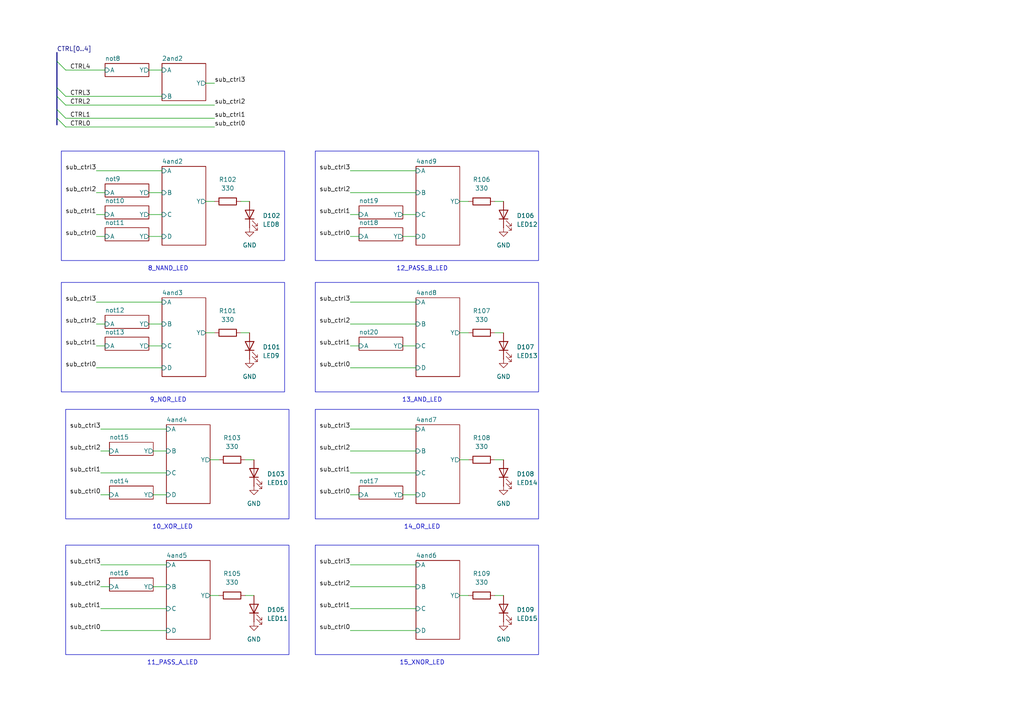
<source format=kicad_sch>
(kicad_sch (version 20250114) (generator "eeschema") (generator_version "9.0")
  (paper "A4")
  (lib_symbols
    (symbol "Device:LED" (pin_numbers (hide yes)) (pin_names (offset 1.016) (hide yes))
      (property "Reference" "D" (at 0 2.54 0))
      (property "Value" "LED" (at 0 -2.54 0))
      (symbol "LED_0_1"
        (polyline (pts (xy -3.048 -0.762) (xy -4.572 -2.286) (xy -3.81 -2.286) (xy -4.572 -2.286) (xy -4.572 -1.524)))
        (polyline (pts (xy -1.778 -0.762) (xy -3.302 -2.286) (xy -2.54 -2.286) (xy -3.302 -2.286) (xy -3.302 -1.524)))
        (polyline (pts (xy -1.27 0) (xy 1.27 0)))
        (polyline (pts (xy -1.27 -1.27) (xy -1.27 1.27)) (stroke (width 0.254)))
        (polyline (pts (xy 1.27 -1.27) (xy 1.27 1.27) (xy -1.27 0) (xy 1.27 -1.27)) (stroke (width 0.254)))
      )
      (symbol "LED_1_1"
        (pin passive line (at -3.81 0 0) (length 2.54) (name "K") (number "1"))
        (pin passive line (at 3.81 0 180) (length 2.54) (name "A") (number "2"))
      )
    )
    (symbol "Device:R" (pin_numbers (hide yes)) (pin_names (offset 0))
      (property "Reference" "R" (at 2.032 0 90))
      (property "Value" "R" (at 0 0 90))
      (symbol "R_0_1"
        (rectangle (start -1.016 -2.54) (end 1.016 2.54) (stroke (width 0.254)))
      )
      (symbol "R_1_1"
        (pin passive line (at 0 3.81 270) (length 1.27) (name "~") (number "1"))
        (pin passive line (at 0 -3.81 90) (length 1.27) (name "~") (number "2"))
      )
    )
    (symbol "power:GND" (power) (pin_numbers (hide yes)) (pin_names (offset 0) (hide yes))
      (property "Value" "GND" (at 0 -3.81 0))
      (symbol "GND_0_1"
        (polyline (pts (xy 0 0) (xy 0 -1.27) (xy 1.27 -1.27) (xy 0 -2.54) (xy -1.27 -1.27) (xy 0 -1.27)))
      )
      (symbol "GND_1_1"
        (pin power_in line (at 0 0 270) (length 0) (name "~") (number "1"))
      )
    )
  )
  (rectangle (start 91.44 118.745) (end 156.21 150.495))
  (rectangle (start 91.44 81.915) (end 156.21 113.665))
  (rectangle (start 19.05 118.745) (end 83.82 150.495))
  (rectangle (start 91.44 43.815) (end 156.21 75.565))
  (rectangle (start 19.05 158.115) (end 83.82 189.865))
  (rectangle (start 17.78 81.915) (end 82.55 113.665))
  (rectangle (start 17.78 43.815) (end 82.55 75.565))
  (rectangle (start 91.44 158.115) (end 156.21 189.865))
  (text "9_NOR_LED" (at 48.768 116.078 0) (effects (font (size 1.27 1.27))))
  (text "13_AND_LED" (at 122.428 116.078 0) (effects (font (size 1.27 1.27))))
  (text "11_PASS_A_LED" (at 50.038 192.278 0) (effects (font (size 1.27 1.27))))
  (text "10_XOR_LED" (at 50.038 152.908 0) (effects (font (size 1.27 1.27))))
  (text "8_NAND_LED" (at 48.768 77.978 0) (effects (font (size 1.27 1.27))))
  (text "14_OR_LED\n" (at 122.428 152.908 0) (effects (font (size 1.27 1.27))))
  (text "12_PASS_B_LED" (at 122.428 77.978 0) (effects (font (size 1.27 1.27))))
  (text "15_XNOR_LED" (at 122.428 192.278 0) (effects (font (size 1.27 1.27))))
  (bus_entry (at 16.51 17.78) (size 2.54 2.54))
  (bus_entry (at 16.51 34.29) (size 2.54 2.54))
  (bus_entry (at 16.51 31.75) (size 2.54 2.54))
  (bus_entry (at 16.51 25.4) (size 2.54 2.54))
  (bus_entry (at 16.51 27.94) (size 2.54 2.54))
  (wire (pts (xy 133.35 133.35) (xy 135.89 133.35)))
  (wire (pts (xy 29.21 182.88) (xy 48.26 182.88)))
  (wire (pts (xy 27.94 87.63) (xy 46.99 87.63)))
  (bus (pts (xy 16.51 34.29) (xy 16.51 36.195)))
  (wire (pts (xy 27.94 93.98) (xy 30.48 93.98)))
  (wire (pts (xy 44.45 130.81) (xy 48.26 130.81)))
  (bus (pts (xy 16.51 15.24) (xy 16.51 17.78)))
  (wire (pts (xy 27.94 68.58) (xy 30.48 68.58)))
  (bus (pts (xy 16.51 25.4) (xy 16.51 27.94)))
  (wire (pts (xy 19.05 20.32) (xy 30.48 20.32)))
  (wire (pts (xy 101.6 130.81) (xy 120.65 130.81)))
  (wire (pts (xy 146.05 172.72) (xy 143.51 172.72)))
  (wire (pts (xy 44.45 170.18) (xy 48.26 170.18)))
  (wire (pts (xy 101.6 163.83) (xy 120.65 163.83)))
  (wire (pts (xy 101.6 93.98) (xy 120.65 93.98)))
  (wire (pts (xy 29.21 176.53) (xy 48.26 176.53)))
  (bus (pts (xy 16.51 31.75) (xy 16.51 34.29)))
  (wire (pts (xy 59.69 96.52) (xy 62.23 96.52)))
  (wire (pts (xy 62.23 24.13) (xy 59.69 24.13)))
  (wire (pts (xy 60.96 133.35) (xy 63.5 133.35)))
  (wire (pts (xy 27.94 55.88) (xy 30.48 55.88)))
  (wire (pts (xy 72.39 58.42) (xy 69.85 58.42)))
  (wire (pts (xy 101.6 182.88) (xy 120.65 182.88)))
  (wire (pts (xy 101.6 176.53) (xy 120.65 176.53)))
  (wire (pts (xy 19.05 34.29) (xy 62.23 34.29)))
  (wire (pts (xy 29.21 163.83) (xy 48.26 163.83)))
  (wire (pts (xy 101.6 68.58) (xy 104.14 68.58)))
  (wire (pts (xy 29.21 137.16) (xy 48.26 137.16)))
  (wire (pts (xy 73.66 172.72) (xy 71.12 172.72)))
  (wire (pts (xy 27.94 100.33) (xy 30.48 100.33)))
  (wire (pts (xy 101.6 87.63) (xy 120.65 87.63)))
  (wire (pts (xy 101.6 106.68) (xy 120.65 106.68)))
  (wire (pts (xy 146.05 58.42) (xy 143.51 58.42)))
  (wire (pts (xy 116.84 62.23) (xy 120.65 62.23)))
  (wire (pts (xy 44.45 143.51) (xy 48.26 143.51)))
  (wire (pts (xy 29.21 130.81) (xy 31.75 130.81)))
  (wire (pts (xy 29.21 143.51) (xy 31.75 143.51)))
  (wire (pts (xy 146.05 133.35) (xy 143.51 133.35)))
  (wire (pts (xy 101.6 100.33) (xy 104.14 100.33)))
  (wire (pts (xy 101.6 49.53) (xy 120.65 49.53)))
  (wire (pts (xy 101.6 137.16) (xy 120.65 137.16)))
  (wire (pts (xy 43.18 62.23) (xy 46.99 62.23)))
  (wire (pts (xy 101.6 143.51) (xy 104.14 143.51)))
  (wire (pts (xy 43.18 93.98) (xy 46.99 93.98)))
  (wire (pts (xy 101.6 55.88) (xy 120.65 55.88)))
  (wire (pts (xy 19.05 30.48) (xy 62.23 30.48)))
  (wire (pts (xy 59.69 58.42) (xy 62.23 58.42)))
  (wire (pts (xy 43.18 20.32) (xy 46.99 20.32)))
  (wire (pts (xy 101.6 124.46) (xy 120.65 124.46)))
  (wire (pts (xy 133.35 58.42) (xy 135.89 58.42)))
  (wire (pts (xy 27.94 106.68) (xy 46.99 106.68)))
  (wire (pts (xy 73.66 133.35) (xy 71.12 133.35)))
  (wire (pts (xy 19.05 36.83) (xy 62.23 36.83)))
  (wire (pts (xy 43.18 68.58) (xy 46.99 68.58)))
  (wire (pts (xy 133.35 172.72) (xy 135.89 172.72)))
  (wire (pts (xy 146.05 96.52) (xy 143.51 96.52)))
  (wire (pts (xy 133.35 96.52) (xy 135.89 96.52)))
  (wire (pts (xy 19.05 27.94) (xy 46.99 27.94)))
  (wire (pts (xy 27.94 49.53) (xy 46.99 49.53)))
  (wire (pts (xy 29.21 170.18) (xy 31.75 170.18)))
  (bus (pts (xy 16.51 27.94) (xy 16.51 31.75)))
  (wire (pts (xy 116.84 100.33) (xy 120.65 100.33)))
  (wire (pts (xy 60.96 172.72) (xy 63.5 172.72)))
  (wire (pts (xy 101.6 170.18) (xy 120.65 170.18)))
  (wire (pts (xy 43.18 55.88) (xy 46.99 55.88)))
  (wire (pts (xy 29.21 124.46) (xy 48.26 124.46)))
  (wire (pts (xy 43.18 100.33) (xy 46.99 100.33)))
  (wire (pts (xy 72.39 96.52) (xy 69.85 96.52)))
  (bus (pts (xy 16.51 17.78) (xy 16.51 25.4)))
  (wire (pts (xy 27.94 62.23) (xy 30.48 62.23)))
  (wire (pts (xy 101.6 62.23) (xy 104.14 62.23)))
  (wire (pts (xy 116.84 68.58) (xy 120.65 68.58)))
  (wire (pts (xy 116.84 143.51) (xy 120.65 143.51)))
  (label "sub_ctrl0" (at 27.94 106.68 180))
  (label "sub_ctrl1" (at 62.23 34.29 0))
  (label "sub_ctrl1" (at 29.21 137.16 180))
  (label "sub_ctrl3" (at 101.6 163.83 180))
  (label "sub_ctrl2" (at 29.21 130.81 180))
  (label "sub_ctrl2" (at 101.6 130.81 180))
  (label "CTRL3" (at 20.32 27.94 0))
  (label "sub_ctrl1" (at 101.6 137.16 180))
  (label "sub_ctrl2" (at 29.21 170.18 180))
  (label "sub_ctrl0" (at 29.21 143.51 180))
  (label "sub_ctrl3" (at 101.6 124.46 180))
  (label "CTRL4" (at 20.32 20.32 0))
  (label "sub_ctrl1" (at 27.94 100.33 180))
  (label "sub_ctrl3" (at 101.6 49.53 180))
  (label "sub_ctrl0" (at 101.6 106.68 180))
  (label "sub_ctrl1" (at 101.6 62.23 180))
  (label "sub_ctrl1" (at 27.94 62.23 180))
  (label "sub_ctrl1" (at 101.6 176.53 180))
  (label "sub_ctrl3" (at 62.23 24.13 0))
  (label "sub_ctrl3" (at 29.21 163.83 180))
  (label "sub_ctrl2" (at 62.23 30.48 0))
  (label "sub_ctrl2" (at 101.6 93.98 180))
  (label "sub_ctrl2" (at 101.6 170.18 180))
  (label "CTRL0" (at 20.32 36.83 0))
  (label "sub_ctrl2" (at 27.94 55.88 180))
  (label "sub_ctrl3" (at 101.6 87.63 180))
  (label "sub_ctrl0" (at 101.6 68.58 180))
  (label "sub_ctrl1" (at 101.6 100.33 180))
  (label "sub_ctrl0" (at 29.21 182.88 180))
  (label "sub_ctrl3" (at 29.21 124.46 180))
  (label "CTRL1" (at 20.32 34.29 0))
  (label "sub_ctrl1" (at 29.21 176.53 180))
  (label "sub_ctrl0" (at 27.94 68.58 180))
  (label "sub_ctrl0" (at 62.23 36.83 0))
  (label "sub_ctrl3" (at 27.94 87.63 180))
  (label "CTRL[0..4]" (at 16.51 15.24 0))
  (label "CTRL2" (at 20.32 30.48 0))
  (label "sub_ctrl2" (at 101.6 55.88 180))
  (label "sub_ctrl0" (at 101.6 143.51 180))
  (label "sub_ctrl3" (at 27.94 49.53 180))
  (label "sub_ctrl2" (at 27.94 93.98 180))
  (label "sub_ctrl0" (at 101.6 182.88 180))
  (symbol (lib_id "power:GND") (at 73.66 140.97 0) (unit 1)
    (property "Reference" "#PWR0102" (effects (hide yes)))
    (property "Value" "GND" (at 73.66 146.05 0))
    (property "Description" "Power symbol creates a global label with name \"GND\" , ground" (effects (hide yes)))
  )
  (symbol (lib_id "Device:LED") (at 146.05 100.33 90) (unit 1)
    (property "Reference" "D107" (at 149.86 100.6474 90) (effects (justify right)))
    (property "Value" "LED13" (at 149.86 103.1874 90) (effects (justify right)))
    (property "Footprint" "LED_SMD:LED_0805_2012Metric" (effects (hide yes)))
    (property "Description" "Light emitting diode" (effects (hide yes)))
    (property "Sim.Pins" "1=K 2=A" (effects (hide yes)))
  )
  (symbol (lib_id "Device:R") (at 67.31 172.72 90) (unit 1)
    (property "Reference" "R105" (at 67.31 166.37 90))
    (property "Value" "330" (at 67.31 168.91 90))
    (property "Footprint" "Resistor_SMD:R_0805_2012Metric" (effects (hide yes)))
    (property "Description" "Resistor" (effects (hide yes)))
  )
  (symbol (lib_id "Device:LED") (at 73.66 176.53 90) (unit 1)
    (property "Reference" "D105" (at 77.47 176.8474 90) (effects (justify right)))
    (property "Value" "LED11" (at 77.47 179.3874 90) (effects (justify right)))
    (property "Footprint" "LED_SMD:LED_0805_2012Metric" (effects (hide yes)))
    (property "Description" "Light emitting diode" (effects (hide yes)))
    (property "Sim.Pins" "1=K 2=A" (effects (hide yes)))
  )
  (symbol (lib_id "power:GND") (at 72.39 66.04 0) (unit 1)
    (property "Reference" "#PWR0106" (effects (hide yes)))
    (property "Value" "GND" (at 72.39 71.12 0))
    (property "Description" "Power symbol creates a global label with name \"GND\" , ground" (effects (hide yes)))
  )
  (symbol (lib_id "power:GND") (at 146.05 66.04 0) (unit 1)
    (property "Reference" "#PWR0105" (effects (hide yes)))
    (property "Value" "GND" (at 146.05 71.12 0))
    (property "Description" "Power symbol creates a global label with name \"GND\" , ground" (effects (hide yes)))
  )
  (symbol (lib_id "Device:LED") (at 146.05 137.16 90) (unit 1)
    (property "Reference" "D108" (at 149.86 137.4774 90) (effects (justify right)))
    (property "Value" "LED14" (at 149.86 140.0174 90) (effects (justify right)))
    (property "Footprint" "LED_SMD:LED_0805_2012Metric" (effects (hide yes)))
    (property "Description" "Light emitting diode" (effects (hide yes)))
    (property "Sim.Pins" "1=K 2=A" (effects (hide yes)))
  )
  (symbol (lib_id "Device:R") (at 139.7 96.52 90) (unit 1)
    (property "Reference" "R107" (at 139.7 90.17 90))
    (property "Value" "330" (at 139.7 92.71 90))
    (property "Footprint" "Resistor_SMD:R_0805_2012Metric" (effects (hide yes)))
    (property "Description" "Resistor" (effects (hide yes)))
  )
  (symbol (lib_id "Device:LED") (at 146.05 62.23 90) (unit 1)
    (property "Reference" "D106" (at 149.86 62.5474 90) (effects (justify right)))
    (property "Value" "LED12" (at 149.86 65.0874 90) (effects (justify right)))
    (property "Footprint" "LED_SMD:LED_0805_2012Metric" (effects (hide yes)))
    (property "Description" "Light emitting diode" (effects (hide yes)))
    (property "Sim.Pins" "1=K 2=A" (effects (hide yes)))
  )
  (symbol (lib_id "Device:LED") (at 72.39 100.33 90) (unit 1)
    (property "Reference" "D101" (at 76.2 100.6474 90) (effects (justify right)))
    (property "Value" "LED9" (at 76.2 103.1874 90) (effects (justify right)))
    (property "Footprint" "LED_SMD:LED_0805_2012Metric" (effects (hide yes)))
    (property "Description" "Light emitting diode" (effects (hide yes)))
    (property "Sim.Pins" "1=K 2=A" (effects (hide yes)))
  )
  (symbol (lib_id "Device:R") (at 67.31 133.35 90) (unit 1)
    (property "Reference" "R103" (at 67.31 127 90))
    (property "Value" "330" (at 67.31 129.54 90))
    (property "Footprint" "Resistor_SMD:R_0805_2012Metric" (effects (hide yes)))
    (property "Description" "Resistor" (effects (hide yes)))
  )
  (symbol (lib_id "power:GND") (at 73.66 180.34 0) (unit 1)
    (property "Reference" "#PWR0104" (effects (hide yes)))
    (property "Value" "GND" (at 73.66 185.42 0))
    (property "Description" "Power symbol creates a global label with name \"GND\" , ground" (effects (hide yes)))
  )
  (symbol (lib_id "Device:LED") (at 146.05 176.53 90) (unit 1)
    (property "Reference" "D109" (at 149.86 176.8474 90) (effects (justify right)))
    (property "Value" "LED15" (at 149.86 179.3874 90) (effects (justify right)))
    (property "Footprint" "LED_SMD:LED_0805_2012Metric" (effects (hide yes)))
    (property "Description" "Light emitting diode" (effects (hide yes)))
    (property "Sim.Pins" "1=K 2=A" (effects (hide yes)))
  )
  (symbol (lib_id "Device:LED") (at 72.39 62.23 90) (unit 1)
    (property "Reference" "D102" (at 76.2 62.5474 90) (effects (justify right)))
    (property "Value" "LED8" (at 76.2 65.0874 90) (effects (justify right)))
    (property "Footprint" "LED_SMD:LED_0805_2012Metric" (effects (hide yes)))
    (property "Description" "Light emitting diode" (effects (hide yes)))
    (property "Sim.Pins" "1=K 2=A" (effects (hide yes)))
  )
  (symbol (lib_id "power:GND") (at 146.05 140.97 0) (unit 1)
    (property "Reference" "#PWR0108" (effects (hide yes)))
    (property "Value" "GND" (at 146.05 146.05 0))
    (property "Description" "Power symbol creates a global label with name \"GND\" , ground" (effects (hide yes)))
  )
  (symbol (lib_id "power:GND") (at 72.39 104.14 0) (unit 1)
    (property "Reference" "#PWR0101" (effects (hide yes)))
    (property "Value" "GND" (at 72.39 109.22 0))
    (property "Description" "Power symbol creates a global label with name \"GND\" , ground" (effects (hide yes)))
  )
  (symbol (lib_id "Device:LED") (at 73.66 137.16 90) (unit 1)
    (property "Reference" "D103" (at 77.47 137.4774 90) (effects (justify right)))
    (property "Value" "LED10" (at 77.47 140.0174 90) (effects (justify right)))
    (property "Footprint" "LED_SMD:LED_0805_2012Metric" (effects (hide yes)))
    (property "Description" "Light emitting diode" (effects (hide yes)))
    (property "Sim.Pins" "1=K 2=A" (effects (hide yes)))
  )
  (symbol (lib_id "Device:R") (at 139.7 133.35 90) (unit 1)
    (property "Reference" "R108" (at 139.7 127 90))
    (property "Value" "330" (at 139.7 129.54 90))
    (property "Footprint" "Resistor_SMD:R_0805_2012Metric" (effects (hide yes)))
    (property "Description" "Resistor" (effects (hide yes)))
  )
  (symbol (lib_id "Device:R") (at 66.04 58.42 90) (unit 1)
    (property "Reference" "R102" (at 66.04 52.07 90))
    (property "Value" "330" (at 66.04 54.61 90))
    (property "Footprint" "Resistor_SMD:R_0805_2012Metric" (effects (hide yes)))
    (property "Description" "Resistor" (effects (hide yes)))
  )
  (symbol (lib_id "Device:R") (at 139.7 58.42 90) (unit 1)
    (property "Reference" "R106" (at 139.7 52.07 90))
    (property "Value" "330" (at 139.7 54.61 90))
    (property "Footprint" "Resistor_SMD:R_0805_2012Metric" (effects (hide yes)))
    (property "Description" "Resistor" (effects (hide yes)))
  )
  (symbol (lib_id "Device:R") (at 66.04 96.52 90) (unit 1)
    (property "Reference" "R101" (at 66.04 90.17 90))
    (property "Value" "330" (at 66.04 92.71 90))
    (property "Footprint" "Resistor_SMD:R_0805_2012Metric" (effects (hide yes)))
    (property "Description" "Resistor" (effects (hide yes)))
  )
  (symbol (lib_id "power:GND") (at 146.05 180.34 0) (unit 1)
    (property "Reference" "#PWR0109" (effects (hide yes)))
    (property "Value" "GND" (at 146.05 185.42 0))
    (property "Description" "Power symbol creates a global label with name \"GND\" , ground" (effects (hide yes)))
  )
  (symbol (lib_id "power:GND") (at 146.05 104.14 0) (unit 1)
    (property "Reference" "#PWR0107" (effects (hide yes)))
    (property "Value" "GND" (at 146.05 109.22 0))
    (property "Description" "Power symbol creates a global label with name \"GND\" , ground" (effects (hide yes)))
  )
  (symbol (lib_id "Device:R") (at 139.7 172.72 90) (unit 1)
    (property "Reference" "R109" (at 139.7 166.37 90))
    (property "Value" "330" (at 139.7 168.91 90))
    (property "Footprint" "Resistor_SMD:R_0805_2012Metric" (effects (hide yes)))
    (property "Description" "Resistor" (effects (hide yes)))
  )
  (sheet (at 104.14 97.79) (size 12.7 3.81) (stroke (width 0.1524))
    (property "Sheetname" "not20" (at 104.14 97.0784 0) (effects (justify left bottom)))
    (property "Sheetfile" "../../../modules/gates/gate_inv/gate_inv_1bit/gate_inv_1bit.kicad_sch" (effects (hide yes)))
    (pin "Y" output (at 116.84 100.33 0))
    (pin "A" input (at 104.14 100.33 180))
  )
  (sheet (at 48.26 162.56) (size 12.7 22.86) (stroke (width 0.1524))
    (property "Sheetname" "4and5" (at 48.26 161.8484 0) (effects (justify left bottom)))
    (property "Sheetfile" "../../../modules/gates/gate_and/gate_and_4in/gate_and_4in.kicad_sch" (effects (hide yes)))
    (pin "C" input (at 48.26 176.53 180))
    (pin "Y" output (at 60.96 172.72 0))
    (pin "B" input (at 48.26 170.18 180))
    (pin "D" input (at 48.26 182.88 180))
    (pin "A" input (at 48.26 163.83 180))
  )
  (sheet (at 31.75 140.97) (size 12.7 3.81) (stroke (width 0.1524))
    (property "Sheetname" "not14" (at 31.75 140.2584 0) (effects (justify left bottom)))
    (property "Sheetfile" "../../../modules/gates/gate_inv/gate_inv_1bit/gate_inv_1bit.kicad_sch" (effects (hide yes)))
    (pin "Y" output (at 44.45 143.51 0))
    (pin "A" input (at 31.75 143.51 180))
  )
  (sheet (at 104.14 66.04) (size 12.7 3.81) (stroke (width 0.1524))
    (property "Sheetname" "not18" (at 104.14 65.3284 0) (effects (justify left bottom)))
    (property "Sheetfile" "../../../modules/gates/gate_inv/gate_inv_1bit/gate_inv_1bit.kicad_sch" (effects (hide yes)))
    (pin "Y" output (at 116.84 68.58 0))
    (pin "A" input (at 104.14 68.58 180))
  )
  (sheet (at 120.65 48.26) (size 12.7 22.86) (stroke (width 0.1524))
    (property "Sheetname" "4and9" (at 120.65 47.5484 0) (effects (justify left bottom)))
    (property "Sheetfile" "../../../modules/gates/gate_and/gate_and_4in/gate_and_4in.kicad_sch" (effects (hide yes)))
    (pin "C" input (at 120.65 62.23 180))
    (pin "Y" output (at 133.35 58.42 0))
    (pin "B" input (at 120.65 55.88 180))
    (pin "D" input (at 120.65 68.58 180))
    (pin "A" input (at 120.65 49.53 180))
  )
  (sheet (at 46.99 48.26) (size 12.7 22.86) (stroke (width 0.1524))
    (property "Sheetname" "4and2" (at 46.99 47.5484 0) (effects (justify left bottom)))
    (property "Sheetfile" "../../../modules/gates/gate_and/gate_and_4in/gate_and_4in.kicad_sch" (effects (hide yes)))
    (pin "C" input (at 46.99 62.23 180))
    (pin "Y" output (at 59.69 58.42 0))
    (pin "B" input (at 46.99 55.88 180))
    (pin "D" input (at 46.99 68.58 180))
    (pin "A" input (at 46.99 49.53 180))
  )
  (sheet (at 30.48 53.34) (size 12.7 3.81) (stroke (width 0.1524))
    (property "Sheetname" "not9" (at 30.48 52.6284 0) (effects (justify left bottom)))
    (property "Sheetfile" "../../../modules/gates/gate_inv/gate_inv_1bit/gate_inv_1bit.kicad_sch" (effects (hide yes)))
    (pin "Y" output (at 43.18 55.88 0))
    (pin "A" input (at 30.48 55.88 180))
  )
  (sheet (at 104.14 59.69) (size 12.7 3.81) (stroke (width 0.1524))
    (property "Sheetname" "not19" (at 104.14 58.9784 0) (effects (justify left bottom)))
    (property "Sheetfile" "../../../modules/gates/gate_inv/gate_inv_1bit/gate_inv_1bit.kicad_sch" (effects (hide yes)))
    (pin "Y" output (at 116.84 62.23 0))
    (pin "A" input (at 104.14 62.23 180))
  )
  (sheet (at 30.48 18.415) (size 12.7 3.81) (stroke (width 0.1524))
    (property "Sheetname" "not8" (at 30.48 17.7034 0) (effects (justify left bottom)))
    (property "Sheetfile" "../../../modules/gates/gate_inv/gate_inv_1bit/gate_inv_1bit.kicad_sch" (effects (hide yes)))
    (pin "Y" output (at 43.18 20.32 0))
    (pin "A" input (at 30.48 20.32 180))
  )
  (sheet (at 104.14 140.97) (size 12.7 3.81) (stroke (width 0.1524))
    (property "Sheetname" "not17" (at 104.14 140.2584 0) (effects (justify left bottom)))
    (property "Sheetfile" "../../../modules/gates/gate_inv/gate_inv_1bit/gate_inv_1bit.kicad_sch" (effects (hide yes)))
    (pin "Y" output (at 116.84 143.51 0))
    (pin "A" input (at 104.14 143.51 180))
  )
  (sheet (at 46.99 86.36) (size 12.7 22.86) (stroke (width 0.1524))
    (property "Sheetname" "4and3" (at 46.99 85.6484 0) (effects (justify left bottom)))
    (property "Sheetfile" "../../../modules/gates/gate_and/gate_and_4in/gate_and_4in.kicad_sch" (effects (hide yes)))
    (pin "C" input (at 46.99 100.33 180))
    (pin "Y" output (at 59.69 96.52 0))
    (pin "B" input (at 46.99 93.98 180))
    (pin "D" input (at 46.99 106.68 180))
    (pin "A" input (at 46.99 87.63 180))
  )
  (sheet (at 120.65 86.36) (size 12.7 22.86) (stroke (width 0.1524))
    (property "Sheetname" "4and8" (at 120.65 85.6484 0) (effects (justify left bottom)))
    (property "Sheetfile" "../../../modules/gates/gate_and/gate_and_4in/gate_and_4in.kicad_sch" (effects (hide yes)))
    (pin "C" input (at 120.65 100.33 180))
    (pin "Y" output (at 133.35 96.52 0))
    (pin "B" input (at 120.65 93.98 180))
    (pin "D" input (at 120.65 106.68 180))
    (pin "A" input (at 120.65 87.63 180))
  )
  (sheet (at 30.48 91.44) (size 12.7 3.81) (stroke (width 0.1524))
    (property "Sheetname" "not12" (at 30.48 90.7284 0) (effects (justify left bottom)))
    (property "Sheetfile" "../../../modules/gates/gate_inv/gate_inv_1bit/gate_inv_1bit.kicad_sch" (effects (hide yes)))
    (pin "Y" output (at 43.18 93.98 0))
    (pin "A" input (at 30.48 93.98 180))
  )
  (sheet (at 46.99 18.415) (size 12.7 10.795) (stroke (width 0.1524))
    (property "Sheetname" "2and2" (at 46.99 17.7034 0) (effects (justify left bottom)))
    (property "Sheetfile" "../../../modules/gates/gate_and/gate_and_2in/gate_and_2in.kicad_sch" (effects (hide yes)))
    (pin "B" input (at 46.99 27.94 180))
    (pin "A" input (at 46.99 20.32 180))
    (pin "Y" output (at 59.69 24.13 0))
  )
  (sheet (at 120.65 123.19) (size 12.7 22.86) (stroke (width 0.1524))
    (property "Sheetname" "4and7" (at 120.65 122.4784 0) (effects (justify left bottom)))
    (property "Sheetfile" "../../../modules/gates/gate_and/gate_and_4in/gate_and_4in.kicad_sch" (effects (hide yes)))
    (pin "C" input (at 120.65 137.16 180))
    (pin "Y" output (at 133.35 133.35 0))
    (pin "B" input (at 120.65 130.81 180))
    (pin "D" input (at 120.65 143.51 180))
    (pin "A" input (at 120.65 124.46 180))
  )
  (sheet (at 31.75 167.64) (size 12.7 3.81) (stroke (width 0.1524))
    (property "Sheetname" "not16" (at 31.75 166.9284 0) (effects (justify left bottom)))
    (property "Sheetfile" "../../../modules/gates/gate_inv/gate_inv_1bit/gate_inv_1bit.kicad_sch" (effects (hide yes)))
    (pin "Y" output (at 44.45 170.18 0))
    (pin "A" input (at 31.75 170.18 180))
  )
  (sheet (at 30.48 97.79) (size 12.7 3.81) (stroke (width 0.1524))
    (property "Sheetname" "not13" (at 30.48 97.0784 0) (effects (justify left bottom)))
    (property "Sheetfile" "../../../modules/gates/gate_inv/gate_inv_1bit/gate_inv_1bit.kicad_sch" (effects (hide yes)))
    (pin "Y" output (at 43.18 100.33 0))
    (pin "A" input (at 30.48 100.33 180))
  )
  (sheet (at 31.75 128.27) (size 12.7 3.81) (stroke (width 0.1524))
    (property "Sheetname" "not15" (at 31.75 127.5584 0) (effects (justify left bottom)))
    (property "Sheetfile" "../../../modules/gates/gate_inv/gate_inv_1bit/gate_inv_1bit.kicad_sch" (effects (hide yes)))
    (pin "Y" output (at 44.45 130.81 0))
    (pin "A" input (at 31.75 130.81 180))
  )
  (sheet (at 48.26 123.19) (size 12.7 22.86) (stroke (width 0.1524))
    (property "Sheetname" "4and4" (at 48.26 122.4784 0) (effects (justify left bottom)))
    (property "Sheetfile" "../../../modules/gates/gate_and/gate_and_4in/gate_and_4in.kicad_sch" (effects (hide yes)))
    (pin "C" input (at 48.26 137.16 180))
    (pin "Y" output (at 60.96 133.35 0))
    (pin "B" input (at 48.26 130.81 180))
    (pin "D" input (at 48.26 143.51 180))
    (pin "A" input (at 48.26 124.46 180))
  )
  (sheet (at 120.65 162.56) (size 12.7 22.86) (stroke (width 0.1524))
    (property "Sheetname" "4and6" (at 120.65 161.8484 0) (effects (justify left bottom)))
    (property "Sheetfile" "../../../modules/gates/gate_and/gate_and_4in/gate_and_4in.kicad_sch" (effects (hide yes)))
    (pin "C" input (at 120.65 176.53 180))
    (pin "Y" output (at 133.35 172.72 0))
    (pin "B" input (at 120.65 170.18 180))
    (pin "D" input (at 120.65 182.88 180))
    (pin "A" input (at 120.65 163.83 180))
  )
  (sheet (at 30.48 59.69) (size 12.7 3.81) (stroke (width 0.1524))
    (property "Sheetname" "not10" (at 30.48 58.9784 0) (effects (justify left bottom)))
    (property "Sheetfile" "../../../modules/gates/gate_inv/gate_inv_1bit/gate_inv_1bit.kicad_sch" (effects (hide yes)))
    (pin "Y" output (at 43.18 62.23 0))
    (pin "A" input (at 30.48 62.23 180))
  )
  (sheet (at 30.48 66.04) (size 12.7 3.81) (stroke (width 0.1524))
    (property "Sheetname" "not11" (at 30.48 65.3284 0) (effects (justify left bottom)))
    (property "Sheetfile" "../../../modules/gates/gate_inv/gate_inv_1bit/gate_inv_1bit.kicad_sch" (effects (hide yes)))
    (pin "Y" output (at 43.18 68.58 0))
    (pin "A" input (at 30.48 68.58 180))
  )
)
</source>
